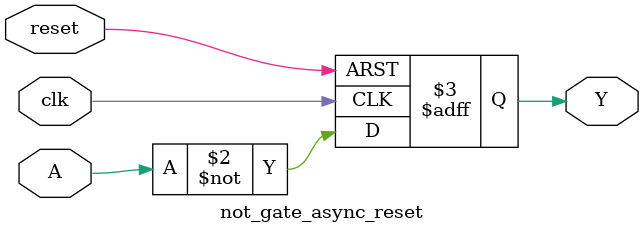
<source format=sv>
module not_gate_async_reset (
    input wire A,
    input wire clk,  // Added missing clock input
    input wire reset,
    output reg Y
);
    // Conventional edge-based sensitivity list
    always @(posedge clk or posedge reset) begin
        if (reset)
            Y <= 0;
        else
            Y <= ~A;
    end
endmodule
</source>
